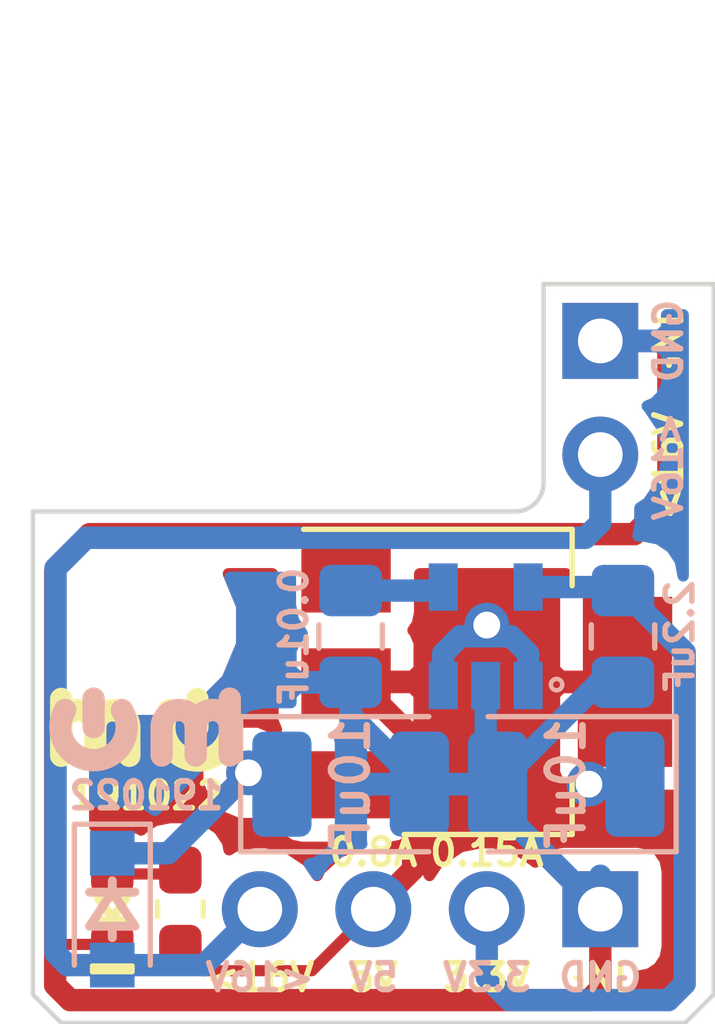
<source format=kicad_pcb>
(kicad_pcb (version 20171130) (host pcbnew 5.0.2+dfsg1-1)

  (general
    (thickness 1.6)
    (drawings 25)
    (tracks 85)
    (zones 0)
    (modules 13)
    (nets 8)
  )

  (page A4)
  (layers
    (0 F.Cu signal)
    (31 B.Cu signal)
    (32 B.Adhes user)
    (33 F.Adhes user)
    (34 B.Paste user)
    (35 F.Paste user)
    (36 B.SilkS user)
    (37 F.SilkS user)
    (38 B.Mask user)
    (39 F.Mask user)
    (40 Dwgs.User user)
    (41 Cmts.User user)
    (42 Eco1.User user)
    (43 Eco2.User user)
    (44 Edge.Cuts user)
    (45 Margin user)
    (46 B.CrtYd user)
    (47 F.CrtYd user)
    (48 B.Fab user hide)
    (49 F.Fab user hide)
  )

  (setup
    (last_trace_width 0.5)
    (user_trace_width 0.25)
    (user_trace_width 0.5)
    (trace_clearance 0.2)
    (zone_clearance 0.508)
    (zone_45_only no)
    (trace_min 0.2)
    (segment_width 0.2)
    (edge_width 0.1)
    (via_size 0.8)
    (via_drill 0.4)
    (via_min_size 0.4)
    (via_min_drill 0.3)
    (uvia_size 0.3)
    (uvia_drill 0.1)
    (uvias_allowed no)
    (uvia_min_size 0.2)
    (uvia_min_drill 0.1)
    (pcb_text_width 0.3)
    (pcb_text_size 1.5 1.5)
    (mod_edge_width 0.15)
    (mod_text_size 1 1)
    (mod_text_width 0.15)
    (pad_size 1.7 1.7)
    (pad_drill 1)
    (pad_to_mask_clearance 0)
    (solder_mask_min_width 0.25)
    (aux_axis_origin 0 0)
    (visible_elements FFFFFF7F)
    (pcbplotparams
      (layerselection 0x010fc_ffffffff)
      (usegerberextensions false)
      (usegerberattributes false)
      (usegerberadvancedattributes false)
      (creategerberjobfile false)
      (excludeedgelayer true)
      (linewidth 0.100000)
      (plotframeref false)
      (viasonmask false)
      (mode 1)
      (useauxorigin false)
      (hpglpennumber 1)
      (hpglpenspeed 20)
      (hpglpendiameter 15.000000)
      (psnegative false)
      (psa4output false)
      (plotreference true)
      (plotvalue true)
      (plotinvisibletext false)
      (padsonsilk false)
      (subtractmaskfromsilk false)
      (outputformat 1)
      (mirror false)
      (drillshape 1)
      (scaleselection 1)
      (outputdirectory ""))
  )

  (net 0 "")
  (net 1 RAW)
  (net 2 GND)
  (net 3 5V)
  (net 4 3.3V)
  (net 5 "Net-(C55-Pad2)")
  (net 6 RAW_JACK)
  (net 7 "Net-(D9-Pad2)")

  (net_class Default "This is the default net class."
    (clearance 0.2)
    (trace_width 0.25)
    (via_dia 0.8)
    (via_drill 0.4)
    (uvia_dia 0.3)
    (uvia_drill 0.1)
    (add_net 3.3V)
    (add_net 5V)
    (add_net GND)
    (add_net "Net-(C55-Pad2)")
    (add_net "Net-(D9-Pad2)")
  )

  (net_class wide ""
    (clearance 0.2)
    (trace_width 0.5)
    (via_dia 1)
    (via_drill 0.6)
    (uvia_dia 0.3)
    (uvia_drill 0.1)
    (add_net RAW)
    (add_net RAW_JACK)
  )

  (module Package_TO_SOT_SMD:SOT-23-5_no_lines (layer B.Cu) (tedit 5D90D301) (tstamp 5DAFF205)
    (at 167.614032 57.400494 90)
    (descr "5-pin SOT23 package")
    (tags SOT-23-5)
    (path /5CCF0000)
    (attr smd)
    (fp_text reference U53 (at 0 2.9 90) (layer B.SilkS) hide
      (effects (font (size 1 1) (thickness 0.15)) (justify mirror))
    )
    (fp_text value LP2985-3.3 (at 0.127 0) (layer B.SilkS) hide
      (effects (font (size 0.6 0.6) (thickness 0.125)) (justify mirror))
    )
    (fp_circle (center -1.0795 1.5875) (end -0.9525 1.5875) (layer B.SilkS) (width 0.1))
    (fp_line (start 0.9 1.55) (end 0.9 -1.55) (layer B.Fab) (width 0.1))
    (fp_line (start 0.9 -1.55) (end -0.9 -1.55) (layer B.Fab) (width 0.1))
    (fp_line (start -0.9 0.9) (end -0.9 -1.55) (layer B.Fab) (width 0.1))
    (fp_line (start 0.9 1.55) (end -0.25 1.55) (layer B.Fab) (width 0.1))
    (fp_line (start -0.9 0.9) (end -0.25 1.55) (layer B.Fab) (width 0.1))
    (fp_line (start -1.9 -1.8) (end -1.9 1.8) (layer B.CrtYd) (width 0.05))
    (fp_line (start 1.9 -1.8) (end -1.9 -1.8) (layer B.CrtYd) (width 0.05))
    (fp_line (start 1.9 1.8) (end 1.9 -1.8) (layer B.CrtYd) (width 0.05))
    (fp_line (start -1.9 1.8) (end 1.9 1.8) (layer B.CrtYd) (width 0.05))
    (fp_text user %R (at 0 0) (layer B.Fab)
      (effects (font (size 0.5 0.5) (thickness 0.075)) (justify mirror))
    )
    (pad 5 smd rect (at 1.1 0.95 90) (size 1.06 0.65) (layers B.Cu B.Paste B.Mask)
      (net 4 3.3V))
    (pad 4 smd rect (at 1.1 -0.95 90) (size 1.06 0.65) (layers B.Cu B.Paste B.Mask)
      (net 5 "Net-(C55-Pad2)"))
    (pad 3 smd rect (at -1.1 -0.95 90) (size 1.06 0.65) (layers B.Cu B.Paste B.Mask)
      (net 3 5V))
    (pad 2 smd rect (at -1.1 0 90) (size 1.06 0.65) (layers B.Cu B.Paste B.Mask)
      (net 2 GND))
    (pad 1 smd rect (at -1.1 0.95 90) (size 1.06 0.65) (layers B.Cu B.Paste B.Mask)
      (net 3 5V))
    (model ${KISYS3DMOD}/Package_TO_SOT_SMD.3dshapes/SOT-23-5.wrl
      (at (xyz 0 0 0))
      (scale (xyz 1 1 1))
      (rotate (xyz 0 0 0))
    )
  )

  (module LED_SMD.debian:LED_0603_1608Metric_symbol (layer F.Cu) (tedit 5D9A0B46) (tstamp 5DC077C6)
    (at 159.258 63.5 90)
    (descr "LED SMD 0603 (1608 Metric), square (rectangular) end terminal, IPC_7351 nominal, (Body size source: http://www.tortai-tech.com/upload/download/2011102023233369053.pdf), generated with kicad-footprint-generator")
    (tags diode)
    (path /5CD509B1)
    (attr smd)
    (fp_text reference D9 (at 0 -1.43 90) (layer F.SilkS) hide
      (effects (font (size 1 1) (thickness 0.15)))
    )
    (fp_text value PWR (at 0 2.032) (layer F.SilkS) hide
      (effects (font (size 0.8 0.8) (thickness 0.2)))
    )
    (fp_text user %R (at 0 0 90) (layer F.Fab) hide
      (effects (font (size 0.4 0.4) (thickness 0.06)))
    )
    (fp_line (start 1.48 0.73) (end -1.48 0.73) (layer F.CrtYd) (width 0.05))
    (fp_line (start 1.48 -0.73) (end 1.48 0.73) (layer F.CrtYd) (width 0.05))
    (fp_line (start -1.48 -0.73) (end 1.48 -0.73) (layer F.CrtYd) (width 0.05))
    (fp_line (start -1.48 0.73) (end -1.48 -0.73) (layer F.CrtYd) (width 0.05))
    (fp_line (start 0.8 0.4) (end 0.8 -0.4) (layer F.Fab) (width 0.1))
    (fp_line (start -0.8 0.4) (end 0.8 0.4) (layer F.Fab) (width 0.1))
    (fp_line (start -0.8 -0.1) (end -0.8 0.4) (layer F.Fab) (width 0.1))
    (fp_line (start -0.5 -0.4) (end -0.8 -0.1) (layer F.Fab) (width 0.1))
    (fp_line (start 0.8 -0.4) (end -0.5 -0.4) (layer F.Fab) (width 0.1))
    (fp_line (start -0.1905 0) (end -0.4435 0) (layer F.SilkS) (width 0.2))
    (fp_line (start 0.254 -0.3175) (end 0.254 0.3165) (layer F.SilkS) (width 0.2))
    (fp_line (start 0.254 -0.3175) (end -0.1905 0) (layer F.SilkS) (width 0.2))
    (fp_line (start -0.1905 0) (end 0.254 0.3175) (layer F.SilkS) (width 0.2))
    (fp_line (start 0.381 0) (end 0.254 0) (layer F.SilkS) (width 0.2))
    (fp_line (start -0.254 -0.3175) (end -0.254 0.3175) (layer F.SilkS) (width 0.2))
    (fp_line (start -1.27 -0.4445) (end -1.27 0.4445) (layer F.SilkS) (width 0.12))
    (fp_line (start -1.397 -0.4445) (end -1.397 0.4445) (layer F.SilkS) (width 0.12))
    (fp_line (start -1.3335 -0.4445) (end -1.3335 0.4445) (layer F.SilkS) (width 0.12))
    (pad 2 smd roundrect (at 0.7875 0 90) (size 0.875 0.95) (layers F.Cu F.Paste F.Mask) (roundrect_rratio 0.25)
      (net 7 "Net-(D9-Pad2)"))
    (pad 1 smd roundrect (at -0.7875 0 90) (size 0.875 0.95) (layers F.Cu F.Paste F.Mask) (roundrect_rratio 0.25)
      (net 2 GND))
    (model ${KISYS3DMOD}/LED_SMD.3dshapes/LED_0603_1608Metric.wrl
      (at (xyz 0 0 0))
      (scale (xyz 1 1 1))
      (rotate (xyz 0 0 0))
    )
  )

  (module Diode_SMD:D_SOD-323_HandSoldering_F_SilkS_Sym (layer B.Cu) (tedit 5D9A0ACD) (tstamp 5DA52A87)
    (at 159.258 63.5 270)
    (descr SOD-323)
    (tags SOD-323)
    (path /5CD6399C)
    (attr smd)
    (fp_text reference D5 (at 0 1.85 270) (layer B.SilkS) hide
      (effects (font (size 1 1) (thickness 0.15)) (justify mirror))
    )
    (fp_text value D (at 0 0 270) (layer B.SilkS) hide
      (effects (font (size 1 1) (thickness 0.15)) (justify mirror))
    )
    (fp_line (start 0.381 0) (end 0.635 0) (layer B.SilkS) (width 0.2))
    (fp_line (start 0.381 -0.508) (end -0.381 0) (layer B.SilkS) (width 0.2))
    (fp_line (start 0.381 0.508) (end -0.381 0) (layer B.SilkS) (width 0.2))
    (fp_line (start 0.381 0.508) (end 0.381 -0.508) (layer B.SilkS) (width 0.2))
    (fp_line (start -0.381 0.508) (end -0.381 -0.508) (layer B.SilkS) (width 0.2))
    (fp_line (start -0.635 0) (end -0.381 0) (layer B.SilkS) (width 0.2))
    (fp_line (start -1.9 0.85) (end 1.25 0.85) (layer B.SilkS) (width 0.12))
    (fp_line (start -1.9 -0.85) (end 1.25 -0.85) (layer B.SilkS) (width 0.12))
    (fp_line (start -2 0.95) (end -2 -0.95) (layer B.CrtYd) (width 0.05))
    (fp_line (start -2 -0.95) (end 2 -0.95) (layer B.CrtYd) (width 0.05))
    (fp_line (start 2 0.95) (end 2 -0.95) (layer B.CrtYd) (width 0.05))
    (fp_line (start -2 0.95) (end 2 0.95) (layer B.CrtYd) (width 0.05))
    (fp_line (start -0.9 0.7) (end 0.9 0.7) (layer B.Fab) (width 0.1))
    (fp_line (start 0.9 0.7) (end 0.9 -0.7) (layer B.Fab) (width 0.1))
    (fp_line (start 0.9 -0.7) (end -0.9 -0.7) (layer B.Fab) (width 0.1))
    (fp_line (start -0.9 -0.7) (end -0.9 0.7) (layer B.Fab) (width 0.1))
    (fp_line (start -0.3 0.35) (end -0.3 -0.35) (layer B.Fab) (width 0.1))
    (fp_line (start -0.3 0) (end -0.5 0) (layer B.Fab) (width 0.1))
    (fp_line (start -0.3 0) (end 0.2 0.35) (layer B.Fab) (width 0.1))
    (fp_line (start 0.2 0.35) (end 0.2 -0.35) (layer B.Fab) (width 0.1))
    (fp_line (start 0.2 -0.35) (end -0.3 0) (layer B.Fab) (width 0.1))
    (fp_line (start 0.2 0) (end 0.45 0) (layer B.Fab) (width 0.1))
    (fp_line (start -1.9 0.85) (end -1.9 -0.85) (layer B.SilkS) (width 0.12))
    (fp_text user %R (at 0 1.905 270) (layer B.Fab) hide
      (effects (font (size 1 1) (thickness 0.15)) (justify mirror))
    )
    (pad 2 smd rect (at 1.25 0 270) (size 1 1) (layers B.Cu B.Paste B.Mask)
      (net 6 RAW_JACK))
    (pad 1 smd rect (at -1.25 0 270) (size 1 1) (layers B.Cu B.Paste B.Mask)
      (net 1 RAW))
    (model ${KISYS3DMOD}/Diode_SMD.3dshapes/D_SOD-323.wrl
      (at (xyz 0 0 0))
      (scale (xyz 1 1 1))
      (rotate (xyz 0 0 0))
    )
  )

  (module Connector_PinSocket_2.54mm:PinSocket_1x04_P2.54mm_Vertical_no_lines (layer F.Cu) (tedit 5D99F584) (tstamp 5DB25172)
    (at 170.18 63.5 270)
    (descr "Through hole straight socket strip, 1x04, 2.54mm pitch, single row (from Kicad 4.0.7), script generated")
    (tags "Through hole socket strip THT 1x04 2.54mm single row")
    (path /5D9F931D)
    (fp_text reference J9 (at -2.286 0 270) (layer F.SilkS) hide
      (effects (font (size 1 1) (thickness 0.15)))
    )
    (fp_text value Power_Conn (at 0 10.39 270) (layer F.Fab) hide
      (effects (font (size 1 1) (thickness 0.15)))
    )
    (fp_text user %R (at 0 3.81) (layer F.Fab) hide
      (effects (font (size 1 1) (thickness 0.15)))
    )
    (fp_line (start -1.8 9.4) (end -1.8 -1.8) (layer F.CrtYd) (width 0.05))
    (fp_line (start 1.75 9.4) (end -1.8 9.4) (layer F.CrtYd) (width 0.05))
    (fp_line (start 1.75 -1.8) (end 1.75 9.4) (layer F.CrtYd) (width 0.05))
    (fp_line (start -1.8 -1.8) (end 1.75 -1.8) (layer F.CrtYd) (width 0.05))
    (fp_line (start -1.27 8.89) (end -1.27 -1.27) (layer F.Fab) (width 0.1))
    (fp_line (start 1.27 8.89) (end -1.27 8.89) (layer F.Fab) (width 0.1))
    (fp_line (start 1.27 -0.635) (end 1.27 8.89) (layer F.Fab) (width 0.1))
    (fp_line (start 0.635 -1.27) (end 1.27 -0.635) (layer F.Fab) (width 0.1))
    (fp_line (start -1.27 -1.27) (end 0.635 -1.27) (layer F.Fab) (width 0.1))
    (pad 4 thru_hole oval (at 0 7.62 270) (size 1.7 1.7) (drill 1) (layers *.Cu *.Mask)
      (net 6 RAW_JACK))
    (pad 3 thru_hole oval (at 0 5.08 270) (size 1.7 1.7) (drill 1) (layers *.Cu *.Mask)
      (net 3 5V))
    (pad 2 thru_hole oval (at 0 2.54 270) (size 1.7 1.7) (drill 1) (layers *.Cu *.Mask)
      (net 4 3.3V))
    (pad 1 thru_hole rect (at 0 0 270) (size 1.7 1.7) (drill 1) (layers *.Cu *.Mask)
      (net 2 GND))
    (model ${KISYS3DMOD}/Connector_PinSocket_2.54mm.3dshapes/PinSocket_1x04_P2.54mm_Vertical.wrl
      (at (xyz 0 0 0))
      (scale (xyz 1 1 1))
      (rotate (xyz 0 0 0))
    )
  )

  (module Capacitor_Tantalum_SMD:CP_EIA-3528-21_Kemet-B (layer B.Cu) (tedit 5DAF57A9) (tstamp 5DB24D53)
    (at 164.592 60.706)
    (descr "Tantalum Capacitor SMD Kemet-B (3528-21 Metric), IPC_7351 nominal, (Body size from: http://www.kemet.com/Lists/ProductCatalog/Attachments/253/KEM_TC101_STD.pdf), generated with kicad-footprint-generator")
    (tags "capacitor tantalum")
    (path /5CD3B6FA)
    (attr smd)
    (fp_text reference C51 (at 0 2.35) (layer B.SilkS) hide
      (effects (font (size 1 1) (thickness 0.15)) (justify mirror))
    )
    (fp_text value 10uF (at 0 0 90) (layer B.SilkS)
      (effects (font (size 0.8 0.8) (thickness 0.15)) (justify mirror))
    )
    (fp_line (start 1.75 1.4) (end -1.05 1.4) (layer B.Fab) (width 0.1))
    (fp_line (start -1.05 1.4) (end -1.75 0.7) (layer B.Fab) (width 0.1))
    (fp_line (start -1.75 0.7) (end -1.75 -1.4) (layer B.Fab) (width 0.1))
    (fp_line (start -1.75 -1.4) (end 1.75 -1.4) (layer B.Fab) (width 0.1))
    (fp_line (start 1.75 -1.4) (end 1.75 1.4) (layer B.Fab) (width 0.1))
    (fp_line (start 1.75 1.51) (end -2.46 1.51) (layer B.SilkS) (width 0.12))
    (fp_line (start -2.46 1.51) (end -2.46 -1.51) (layer B.SilkS) (width 0.12))
    (fp_line (start -2.46 -1.51) (end 1.75 -1.51) (layer B.SilkS) (width 0.12))
    (fp_line (start -2.45 -1.65) (end -2.45 1.65) (layer B.CrtYd) (width 0.05))
    (fp_line (start -2.45 1.65) (end 2.45 1.65) (layer B.CrtYd) (width 0.05))
    (fp_line (start 2.45 1.65) (end 2.45 -1.65) (layer B.CrtYd) (width 0.05))
    (fp_line (start 2.45 -1.65) (end -2.45 -1.65) (layer B.CrtYd) (width 0.05))
    (fp_text user %R (at 0 0 -180) (layer B.Fab) hide
      (effects (font (size 0.88 0.88) (thickness 0.13)) (justify mirror))
    )
    (pad 1 smd roundrect (at -1.5375 0) (size 1.325 2.35) (layers B.Cu B.Paste B.Mask) (roundrect_rratio 0.188679)
      (net 1 RAW))
    (pad 2 smd roundrect (at 1.5375 0) (size 1.325 2.35) (layers B.Cu B.Paste B.Mask) (roundrect_rratio 0.188679)
      (net 2 GND))
    (model ${KISYS3DMOD}/Capacitor_Tantalum_SMD.3dshapes/CP_EIA-3528-21_Kemet-B.wrl
      (at (xyz 0 0 0))
      (scale (xyz 1 1 1))
      (rotate (xyz 0 0 0))
    )
  )

  (module Capacitor_Tantalum_SMD:CP_EIA-3528-21_Kemet-B (layer B.Cu) (tedit 5D990B3A) (tstamp 5DB3199C)
    (at 169.418 60.706 180)
    (descr "Tantalum Capacitor SMD Kemet-B (3528-21 Metric), IPC_7351 nominal, (Body size from: http://www.kemet.com/Lists/ProductCatalog/Attachments/253/KEM_TC101_STD.pdf), generated with kicad-footprint-generator")
    (tags "capacitor tantalum")
    (path /5CD429A0)
    (attr smd)
    (fp_text reference C52 (at 0 2.35 180) (layer B.SilkS) hide
      (effects (font (size 1 1) (thickness 0.15)) (justify mirror))
    )
    (fp_text value 10uF (at 0 0 270) (layer B.SilkS)
      (effects (font (size 0.8 0.8) (thickness 0.15)) (justify mirror))
    )
    (fp_text user %R (at 0 0 180) (layer B.Fab)
      (effects (font (size 0.88 0.88) (thickness 0.13)) (justify mirror))
    )
    (fp_line (start 2.45 -1.65) (end -2.45 -1.65) (layer B.CrtYd) (width 0.05))
    (fp_line (start 2.45 1.65) (end 2.45 -1.65) (layer B.CrtYd) (width 0.05))
    (fp_line (start -2.45 1.65) (end 2.45 1.65) (layer B.CrtYd) (width 0.05))
    (fp_line (start -2.45 -1.65) (end -2.45 1.65) (layer B.CrtYd) (width 0.05))
    (fp_line (start -2.46 -1.51) (end 1.75 -1.51) (layer B.SilkS) (width 0.12))
    (fp_line (start -2.46 1.51) (end -2.46 -1.51) (layer B.SilkS) (width 0.12))
    (fp_line (start 1.75 1.51) (end -2.46 1.51) (layer B.SilkS) (width 0.12))
    (fp_line (start 1.75 -1.4) (end 1.75 1.4) (layer B.Fab) (width 0.1))
    (fp_line (start -1.75 -1.4) (end 1.75 -1.4) (layer B.Fab) (width 0.1))
    (fp_line (start -1.75 0.7) (end -1.75 -1.4) (layer B.Fab) (width 0.1))
    (fp_line (start -1.05 1.4) (end -1.75 0.7) (layer B.Fab) (width 0.1))
    (fp_line (start 1.75 1.4) (end -1.05 1.4) (layer B.Fab) (width 0.1))
    (pad 2 smd roundrect (at 1.5375 0 180) (size 1.325 2.35) (layers B.Cu B.Paste B.Mask) (roundrect_rratio 0.188679)
      (net 2 GND))
    (pad 1 smd roundrect (at -1.5375 0 180) (size 1.325 2.35) (layers B.Cu B.Paste B.Mask) (roundrect_rratio 0.188679)
      (net 3 5V))
    (model ${KISYS3DMOD}/Capacitor_Tantalum_SMD.3dshapes/CP_EIA-3528-21_Kemet-B.wrl
      (at (xyz 0 0 0))
      (scale (xyz 1 1 1))
      (rotate (xyz 0 0 0))
    )
  )

  (module Capacitor_SMD:C_0805_2012Metric_Pad1.15x1.40mm_HandSolder (layer B.Cu) (tedit 5DAF57FE) (tstamp 5DC05274)
    (at 170.688 57.404 90)
    (descr "Capacitor SMD 0805 (2012 Metric), square (rectangular) end terminal, IPC_7351 nominal with elongated pad for handsoldering. (Body size source: https://docs.google.com/spreadsheets/d/1BsfQQcO9C6DZCsRaXUlFlo91Tg2WpOkGARC1WS5S8t0/edit?usp=sharing), generated with kicad-footprint-generator")
    (tags "capacitor handsolder")
    (path /5CD992DA)
    (attr smd)
    (fp_text reference C54 (at 0 1.65 90) (layer B.SilkS) hide
      (effects (font (size 1 1) (thickness 0.15)) (justify mirror))
    )
    (fp_text value 2.2uF (at 0 1.27 -90) (layer B.SilkS)
      (effects (font (size 0.6 0.6) (thickness 0.125)) (justify mirror))
    )
    (fp_line (start -1 -0.6) (end -1 0.6) (layer B.Fab) (width 0.1))
    (fp_line (start -1 0.6) (end 1 0.6) (layer B.Fab) (width 0.1))
    (fp_line (start 1 0.6) (end 1 -0.6) (layer B.Fab) (width 0.1))
    (fp_line (start 1 -0.6) (end -1 -0.6) (layer B.Fab) (width 0.1))
    (fp_line (start -0.261252 0.71) (end 0.261252 0.71) (layer B.SilkS) (width 0.12))
    (fp_line (start -0.261252 -0.71) (end 0.261252 -0.71) (layer B.SilkS) (width 0.12))
    (fp_line (start -1.85 -0.95) (end -1.85 0.95) (layer B.CrtYd) (width 0.05))
    (fp_line (start -1.85 0.95) (end 1.85 0.95) (layer B.CrtYd) (width 0.05))
    (fp_line (start 1.85 0.95) (end 1.85 -0.95) (layer B.CrtYd) (width 0.05))
    (fp_line (start 1.85 -0.95) (end -1.85 -0.95) (layer B.CrtYd) (width 0.05))
    (fp_text user %R (at 0 0 90) (layer B.Fab)
      (effects (font (size 0.5 0.5) (thickness 0.08)) (justify mirror))
    )
    (pad 1 smd roundrect (at -1.025 0 90) (size 1.15 1.4) (layers B.Cu B.Paste B.Mask) (roundrect_rratio 0.217391)
      (net 2 GND))
    (pad 2 smd roundrect (at 1.025 0 90) (size 1.15 1.4) (layers B.Cu B.Paste B.Mask) (roundrect_rratio 0.217391)
      (net 4 3.3V))
    (model ${KISYS3DMOD}/Capacitor_SMD.3dshapes/C_0805_2012Metric.wrl
      (at (xyz 0 0 0))
      (scale (xyz 1 1 1))
      (rotate (xyz 0 0 0))
    )
  )

  (module Capacitor_SMD:C_0805_2012Metric_Pad1.15x1.40mm_HandSolder (layer B.Cu) (tedit 5DAF57C5) (tstamp 5DA52A69)
    (at 164.592 57.404 90)
    (descr "Capacitor SMD 0805 (2012 Metric), square (rectangular) end terminal, IPC_7351 nominal with elongated pad for handsoldering. (Body size source: https://docs.google.com/spreadsheets/d/1BsfQQcO9C6DZCsRaXUlFlo91Tg2WpOkGARC1WS5S8t0/edit?usp=sharing), generated with kicad-footprint-generator")
    (tags "capacitor handsolder")
    (path /5D96850C)
    (attr smd)
    (fp_text reference C55 (at 0 1.65 90) (layer B.SilkS) hide
      (effects (font (size 1 1) (thickness 0.15)) (justify mirror))
    )
    (fp_text value 0.01uF (at 0 -1.27 -90) (layer B.SilkS)
      (effects (font (size 0.6 0.6) (thickness 0.125)) (justify mirror))
    )
    (fp_text user %R (at 0 0 90) (layer B.Fab)
      (effects (font (size 0.5 0.5) (thickness 0.08)) (justify mirror))
    )
    (fp_line (start 1.85 -0.95) (end -1.85 -0.95) (layer B.CrtYd) (width 0.05))
    (fp_line (start 1.85 0.95) (end 1.85 -0.95) (layer B.CrtYd) (width 0.05))
    (fp_line (start -1.85 0.95) (end 1.85 0.95) (layer B.CrtYd) (width 0.05))
    (fp_line (start -1.85 -0.95) (end -1.85 0.95) (layer B.CrtYd) (width 0.05))
    (fp_line (start -0.261252 -0.71) (end 0.261252 -0.71) (layer B.SilkS) (width 0.12))
    (fp_line (start -0.261252 0.71) (end 0.261252 0.71) (layer B.SilkS) (width 0.12))
    (fp_line (start 1 -0.6) (end -1 -0.6) (layer B.Fab) (width 0.1))
    (fp_line (start 1 0.6) (end 1 -0.6) (layer B.Fab) (width 0.1))
    (fp_line (start -1 0.6) (end 1 0.6) (layer B.Fab) (width 0.1))
    (fp_line (start -1 -0.6) (end -1 0.6) (layer B.Fab) (width 0.1))
    (pad 2 smd roundrect (at 1.025 0 90) (size 1.15 1.4) (layers B.Cu B.Paste B.Mask) (roundrect_rratio 0.217391)
      (net 5 "Net-(C55-Pad2)"))
    (pad 1 smd roundrect (at -1.025 0 90) (size 1.15 1.4) (layers B.Cu B.Paste B.Mask) (roundrect_rratio 0.217391)
      (net 2 GND))
    (model ${KISYS3DMOD}/Capacitor_SMD.3dshapes/C_0805_2012Metric.wrl
      (at (xyz 0 0 0))
      (scale (xyz 1 1 1))
      (rotate (xyz 0 0 0))
    )
  )

  (module Resistor_SMD:R_0603_1608Metric_Pad1.05x0.95mm_HandSolder (layer F.Cu) (tedit 5D99079F) (tstamp 5DA52ACE)
    (at 160.782 63.5 270)
    (descr "Resistor SMD 0603 (1608 Metric), square (rectangular) end terminal, IPC_7351 nominal with elongated pad for handsoldering. (Body size source: http://www.tortai-tech.com/upload/download/2011102023233369053.pdf), generated with kicad-footprint-generator")
    (tags "resistor handsolder")
    (path /5CD50827)
    (attr smd)
    (fp_text reference R9 (at 0 -1.43 270) (layer F.SilkS) hide
      (effects (font (size 1 1) (thickness 0.15)))
    )
    (fp_text value 1k (at 0 1.43 270) (layer F.Fab)
      (effects (font (size 1 1) (thickness 0.15)))
    )
    (fp_line (start -0.8 0.4) (end -0.8 -0.4) (layer F.Fab) (width 0.1))
    (fp_line (start -0.8 -0.4) (end 0.8 -0.4) (layer F.Fab) (width 0.1))
    (fp_line (start 0.8 -0.4) (end 0.8 0.4) (layer F.Fab) (width 0.1))
    (fp_line (start 0.8 0.4) (end -0.8 0.4) (layer F.Fab) (width 0.1))
    (fp_line (start -0.171267 -0.51) (end 0.171267 -0.51) (layer F.SilkS) (width 0.12))
    (fp_line (start -0.171267 0.51) (end 0.171267 0.51) (layer F.SilkS) (width 0.12))
    (fp_line (start -1.65 0.73) (end -1.65 -0.73) (layer F.CrtYd) (width 0.05))
    (fp_line (start -1.65 -0.73) (end 1.65 -0.73) (layer F.CrtYd) (width 0.05))
    (fp_line (start 1.65 -0.73) (end 1.65 0.73) (layer F.CrtYd) (width 0.05))
    (fp_line (start 1.65 0.73) (end -1.65 0.73) (layer F.CrtYd) (width 0.05))
    (fp_text user %R (at 0 0 270) (layer F.Fab)
      (effects (font (size 0.4 0.4) (thickness 0.06)))
    )
    (pad 1 smd roundrect (at -0.875 0 270) (size 1.05 0.95) (layers F.Cu F.Paste F.Mask) (roundrect_rratio 0.25)
      (net 7 "Net-(D9-Pad2)"))
    (pad 2 smd roundrect (at 0.875 0 270) (size 1.05 0.95) (layers F.Cu F.Paste F.Mask) (roundrect_rratio 0.25)
      (net 3 5V))
    (model ${KISYS3DMOD}/Resistor_SMD.3dshapes/R_0603_1608Metric.wrl
      (at (xyz 0 0 0))
      (scale (xyz 1 1 1))
      (rotate (xyz 0 0 0))
    )
  )

  (module Package_TO_SOT_SMD:SOT-223-3_TabPin2 (layer F.Cu) (tedit 5D99EEEA) (tstamp 5DA52AF9)
    (at 167.64 58.42)
    (descr "module CMS SOT223 4 pins")
    (tags "CMS SOT")
    (path /5CD18999)
    (attr smd)
    (fp_text reference U55 (at 0 0 90) (layer F.SilkS) hide
      (effects (font (size 1 1) (thickness 0.15)))
    )
    (fp_text value AMS1117-5.0 (at 0 4.5) (layer F.Fab) hide
      (effects (font (size 1 1) (thickness 0.15)))
    )
    (fp_text user %R (at 0 0 90) (layer F.Fab)
      (effects (font (size 0.8 0.8) (thickness 0.12)))
    )
    (fp_line (start 1.91 3.41) (end 1.91 2.15) (layer F.SilkS) (width 0.12))
    (fp_line (start 1.91 -3.41) (end 1.91 -2.15) (layer F.SilkS) (width 0.12))
    (fp_line (start 4.4 -3.6) (end -4.4 -3.6) (layer F.CrtYd) (width 0.05))
    (fp_line (start 4.4 3.6) (end 4.4 -3.6) (layer F.CrtYd) (width 0.05))
    (fp_line (start -4.4 3.6) (end 4.4 3.6) (layer F.CrtYd) (width 0.05))
    (fp_line (start -4.4 -3.6) (end -4.4 3.6) (layer F.CrtYd) (width 0.05))
    (fp_line (start -1.85 -2.35) (end -0.85 -3.35) (layer F.Fab) (width 0.1))
    (fp_line (start -1.85 -2.35) (end -1.85 3.35) (layer F.Fab) (width 0.1))
    (fp_line (start -1.85 3.41) (end 1.91 3.41) (layer F.SilkS) (width 0.12))
    (fp_line (start -0.85 -3.35) (end 1.85 -3.35) (layer F.Fab) (width 0.1))
    (fp_line (start -4.1 -3.41) (end 1.91 -3.41) (layer F.SilkS) (width 0.12))
    (fp_line (start -1.85 3.35) (end 1.85 3.35) (layer F.Fab) (width 0.1))
    (fp_line (start 1.85 -3.35) (end 1.85 3.35) (layer F.Fab) (width 0.1))
    (pad 2 smd rect (at 3.15 0) (size 2 3.8) (layers F.Cu F.Paste F.Mask)
      (net 3 5V))
    (pad 2 smd rect (at -3.15 0) (size 2 1.5) (layers F.Cu F.Paste F.Mask)
      (net 3 5V))
    (pad 3 smd rect (at -3.15 2.3) (size 2 1.5) (layers F.Cu F.Paste F.Mask)
      (net 1 RAW))
    (pad 1 smd rect (at -3.15 -2.3) (size 2 1.5) (layers F.Cu F.Paste F.Mask)
      (net 2 GND))
    (model ${KISYS3DMOD}/Package_TO_SOT_SMD.3dshapes/SOT-223.wrl
      (at (xyz 0 0 0))
      (scale (xyz 1 1 1))
      (rotate (xyz 0 0 0))
    )
  )

  (module MountingHole:MountingHole_3mm (layer F.Cu) (tedit 5D9907BB) (tstamp 5DB2229D)
    (at 160.02 57.15)
    (descr "Mounting Hole 3mm, no annular")
    (tags "mounting hole 3mm no annular")
    (attr virtual)
    (fp_text reference REF** (at 0 -4) (layer F.SilkS) hide
      (effects (font (size 1 1) (thickness 0.15)))
    )
    (fp_text value MountingHole_3mm (at 0 4) (layer F.Fab) hide
      (effects (font (size 1 1) (thickness 0.15)))
    )
    (fp_circle (center 0 0) (end 3.25 0) (layer F.CrtYd) (width 0.05))
    (fp_circle (center 0 0) (end 3 0) (layer Cmts.User) (width 0.15))
    (fp_text user %R (at 0.3 0) (layer F.Fab)
      (effects (font (size 1 1) (thickness 0.15)))
    )
    (pad 1 np_thru_hole circle (at 0 0) (size 3 3) (drill 3) (layers *.Cu *.Mask))
  )

  (module meon:mo-logo-small (layer F.Cu) (tedit 5D22F870) (tstamp 5DC036E9)
    (at 160.02 59.436)
    (fp_text reference REF** (at 0 2.286) (layer F.SilkS) hide
      (effects (font (size 1 1) (thickness 0.15)))
    )
    (fp_text value mo-logo-small (at 0 -2.159) (layer F.Fab) hide
      (effects (font (size 1 1) (thickness 0.15)))
    )
    (fp_arc (start 0.724298 -0.006762) (end 0.343298 -0.006762) (angle 180) (layer B.SilkS) (width 0.5))
    (fp_arc (start 1.486298 -0.006762) (end 1.105298 -0.006762) (angle 180) (layer B.SilkS) (width 0.5))
    (fp_line (start 1.105298 -0.006762) (end 1.105298 0.628238) (layer B.SilkS) (width 0.5))
    (fp_arc (start -1.180702 -0.006762) (end -0.545702 -0.387762) (angle 241.9275131) (layer B.SilkS) (width 0.5))
    (fp_line (start 1.867298 0.628238) (end 1.867298 -0.641762) (layer B.SilkS) (width 0.5))
    (fp_line (start -1.180702 -0.641762) (end -1.180702 -0.006762) (layer B.SilkS) (width 0.5))
    (fp_line (start 0.343298 -0.006762) (end 0.343298 0.628238) (layer B.SilkS) (width 0.5))
    (fp_line (start 1.143 -0.635) (end 1.143 0) (layer F.SilkS) (width 0.5))
    (fp_arc (start -0.762 0) (end -0.381 0) (angle -180) (layer F.SilkS) (width 0.5))
    (fp_arc (start 1.143 0) (end 0.508 -0.381) (angle -241.9275131) (layer F.SilkS) (width 0.5))
    (fp_arc (start -1.524 0) (end -1.143 0) (angle -180) (layer F.SilkS) (width 0.5))
    (fp_line (start -0.381 0) (end -0.381 0.635) (layer F.SilkS) (width 0.5))
    (fp_line (start -1.143 0) (end -1.143 0.635) (layer F.SilkS) (width 0.5))
    (fp_line (start -1.905 0.635) (end -1.905 -0.635) (layer F.SilkS) (width 0.5))
  )

  (module Connector_PinHeader_2.54mm:PinHeader_1x02_P2.54mm_Vertical_no_lines (layer F.Cu) (tedit 5DAF6B3F) (tstamp 5DAF7097)
    (at 170.18 50.8)
    (descr "Through hole straight pin header, 1x02, 2.54mm pitch, single row")
    (tags "Through hole pin header THT 1x02 2.54mm single row")
    (path /5D9FAF65)
    (fp_text reference J91 (at 0 -2.33) (layer F.SilkS) hide
      (effects (font (size 1 1) (thickness 0.15)))
    )
    (fp_text value RAW_Conn (at 0 4.87) (layer F.Fab) hide
      (effects (font (size 1 1) (thickness 0.15)))
    )
    (fp_line (start -0.635 -1.27) (end 1.27 -1.27) (layer F.Fab) (width 0.1))
    (fp_line (start 1.27 -1.27) (end 1.27 3.81) (layer F.Fab) (width 0.1))
    (fp_line (start 1.27 3.81) (end -1.27 3.81) (layer F.Fab) (width 0.1))
    (fp_line (start -1.27 3.81) (end -1.27 -0.635) (layer F.Fab) (width 0.1))
    (fp_line (start -1.27 -0.635) (end -0.635 -1.27) (layer F.Fab) (width 0.1))
    (fp_line (start -1.8 -1.8) (end -1.8 4.35) (layer F.CrtYd) (width 0.05))
    (fp_line (start -1.8 4.35) (end 1.8 4.35) (layer F.CrtYd) (width 0.05))
    (fp_line (start 1.8 4.35) (end 1.8 -1.8) (layer F.CrtYd) (width 0.05))
    (fp_line (start 1.8 -1.8) (end -1.8 -1.8) (layer F.CrtYd) (width 0.05))
    (fp_text user %R (at 0 1.27 -270) (layer F.Fab) hide
      (effects (font (size 1 1) (thickness 0.15)))
    )
    (pad 1 thru_hole rect (at 0 0) (size 1.7 1.7) (drill 1) (layers *.Cu *.Mask)
      (net 2 GND))
    (pad 2 thru_hole oval (at 0 2.54) (size 1.7 1.7) (drill 1) (layers *.Cu *.Mask)
      (net 6 RAW_JACK))
    (model ${KISYS3DMOD}/Connector_PinHeader_2.54mm.3dshapes/PinHeader_1x02_P2.54mm_Vertical.wrl
      (at (xyz 0 0 0))
      (scale (xyz 1 1 1))
      (rotate (xyz 0 0 0))
    )
  )

  (gr_text GND (at 171.704 50.8 90) (layer B.SilkS) (tstamp 5DAF72FF)
    (effects (font (size 0.6 0.6) (thickness 0.125)) (justify mirror))
  )
  (gr_text GND (at 171.704 50.8 90) (layer F.SilkS) (tstamp 5DAF72FE)
    (effects (font (size 0.6 0.6) (thickness 0.125)))
  )
  (gr_text <16V (at 171.704 53.594 90) (layer B.SilkS) (tstamp 5DAF72D3)
    (effects (font (size 0.6 0.6) (thickness 0.125)) (justify mirror))
  )
  (gr_text <16V (at 171.704 53.594 90) (layer F.SilkS) (tstamp 5DAF72D2)
    (effects (font (size 0.6 0.6) (thickness 0.125)))
  )
  (gr_text 0.15A (at 167.64 62.23) (layer F.SilkS) (tstamp 5DB008BA)
    (effects (font (size 0.6 0.6) (thickness 0.125)))
  )
  (gr_text 0.8A (at 165.1 62.23) (layer F.SilkS) (tstamp 5DB008A4)
    (effects (font (size 0.6 0.6) (thickness 0.125)))
  )
  (gr_line (start 157.48 65.405) (end 158.115 66.04) (layer Edge.Cuts) (width 0.1))
  (gr_text 191022 (at 160.02 60.96) (layer B.SilkS) (tstamp 5DAFFB19)
    (effects (font (size 0.6 0.6) (thickness 0.125)) (justify mirror))
  )
  (gr_arc (start 168.275 53.975) (end 168.275 54.61) (angle -90) (layer Edge.Cuts) (width 0.1))
  (gr_line (start 168.91 49.53) (end 172.72 49.53) (layer Edge.Cuts) (width 0.1))
  (gr_line (start 168.91 53.975) (end 168.91 49.53) (layer Edge.Cuts) (width 0.1) (tstamp 5DB0074B))
  (gr_text <16V (at 162.56 65.024) (layer B.SilkS) (tstamp 5DC09084)
    (effects (font (size 0.6 0.6) (thickness 0.125)) (justify mirror))
  )
  (gr_text 5V (at 165.1 65.024) (layer B.SilkS) (tstamp 5DC09053)
    (effects (font (size 0.6 0.6) (thickness 0.125)) (justify mirror))
  )
  (gr_text GND (at 170.18 65.024) (layer B.SilkS) (tstamp 5DC08FF4)
    (effects (font (size 0.6 0.6) (thickness 0.125)) (justify mirror))
  )
  (gr_text 3.3V (at 167.64 65.024) (layer B.SilkS) (tstamp 5DC08FC3)
    (effects (font (size 0.6 0.6) (thickness 0.125)) (justify mirror))
  )
  (gr_text GND (at 170.18 65.024) (layer F.SilkS) (tstamp 5DC08DD4)
    (effects (font (size 0.6 0.6) (thickness 0.125)))
  )
  (gr_text 3.3V (at 167.64 65.024) (layer F.SilkS) (tstamp 5DC08DD1)
    (effects (font (size 0.6 0.6) (thickness 0.125)))
  )
  (gr_text 5V (at 165.1 65.024) (layer F.SilkS) (tstamp 5DC08DCE)
    (effects (font (size 0.6 0.6) (thickness 0.125)))
  )
  (gr_text <16V (at 162.56 65.024) (layer F.SilkS) (tstamp 5DC08DCA)
    (effects (font (size 0.6 0.6) (thickness 0.125)))
  )
  (gr_line (start 172.085 66.04) (end 172.72 65.405) (layer Edge.Cuts) (width 0.1))
  (gr_text 191022 (at 160.02 60.96) (layer F.SilkS) (tstamp 5DB31D31)
    (effects (font (size 0.6 0.6) (thickness 0.125)))
  )
  (gr_line (start 157.48 65.405) (end 157.48 54.61) (layer Edge.Cuts) (width 0.1))
  (gr_line (start 172.085 66.04) (end 158.115 66.04) (layer Edge.Cuts) (width 0.1))
  (gr_line (start 172.72 49.53) (end 172.72 65.405) (layer Edge.Cuts) (width 0.1))
  (gr_line (start 157.48 54.61) (end 168.275 54.61) (layer Edge.Cuts) (width 0.1))

  (segment (start 162.56 60.452) (end 163.3085 60.452) (width 0.5) (layer B.Cu) (net 1) (tstamp 5DAFEFDD) (status 20))
  (via (at 162.306 60.452) (size 1) (drill 0.6) (layers F.Cu B.Cu) (net 1))
  (segment (start 162.828 60.72) (end 162.56 60.452) (width 0.5) (layer F.Cu) (net 1))
  (segment (start 164.49 60.72) (end 162.828 60.72) (width 0.5) (layer F.Cu) (net 1) (status 10))
  (segment (start 160.508 62.25) (end 162.306 60.452) (width 0.5) (layer B.Cu) (net 1))
  (segment (start 159.258 62.25) (end 160.508 62.25) (width 0.5) (layer B.Cu) (net 1))
  (segment (start 164.49 56.12) (end 164.49 55.982) (width 0.5) (layer F.Cu) (net 2) (status 30))
  (segment (start 164.49 55.982) (end 165.354 55.118) (width 0.5) (layer F.Cu) (net 2) (status 10))
  (segment (start 158.759076 55.118) (end 158.747747 55.120253) (width 0.5) (layer F.Cu) (net 2))
  (segment (start 158.747747 55.120253) (end 157.990254 55.877746) (width 0.5) (layer F.Cu) (net 2))
  (segment (start 158.00551 64.5415) (end 157.98001 64.516) (width 0.25) (layer F.Cu) (net 2))
  (segment (start 170.18 65.278) (end 170.18 63.5) (width 0.5) (layer F.Cu) (net 2) (status 20))
  (segment (start 169.926 65.532) (end 170.18 65.278) (width 0.5) (layer F.Cu) (net 2))
  (segment (start 158.31412 65.532) (end 169.926 65.532) (width 0.5) (layer F.Cu) (net 2))
  (segment (start 157.98001 64.516) (end 157.98001 65.19789) (width 0.5) (layer F.Cu) (net 2))
  (segment (start 170.18 63.5) (end 170.18 62.7515) (width 0.5) (layer B.Cu) (net 2) (status 30))
  (segment (start 158.00551 64.2875) (end 157.98001 64.262) (width 0.25) (layer F.Cu) (net 2))
  (segment (start 157.98001 55.929246) (end 157.98001 64.262) (width 0.5) (layer F.Cu) (net 2))
  (segment (start 159.258 64.2875) (end 158.00551 64.2875) (width 0.25) (layer F.Cu) (net 2) (status 10))
  (segment (start 157.98001 64.262) (end 157.98001 64.516) (width 0.5) (layer F.Cu) (net 2))
  (segment (start 158.31412 65.532) (end 157.98001 65.19789) (width 0.5) (layer F.Cu) (net 2))
  (segment (start 165.354 55.118) (end 158.759076 55.118) (width 0.5) (layer F.Cu) (net 2))
  (segment (start 170.1575 58.429) (end 167.8805 60.706) (width 0.5) (layer B.Cu) (net 2))
  (segment (start 170.688 58.429) (end 170.1575 58.429) (width 0.5) (layer B.Cu) (net 2))
  (segment (start 167.8805 60.706) (end 166.1295 60.706) (width 0.5) (layer B.Cu) (net 2))
  (segment (start 167.614032 60.439532) (end 167.614032 58.500494) (width 0.5) (layer B.Cu) (net 2))
  (segment (start 167.8805 60.706) (end 167.614032 60.439532) (width 0.5) (layer B.Cu) (net 2))
  (segment (start 164.592 59.1685) (end 166.1295 60.706) (width 0.5) (layer B.Cu) (net 2))
  (segment (start 164.592 58.429) (end 164.592 59.1685) (width 0.5) (layer B.Cu) (net 2))
  (segment (start 167.8805 61.2005) (end 170.18 63.5) (width 0.5) (layer B.Cu) (net 2))
  (segment (start 167.8805 60.706) (end 167.8805 61.2005) (width 0.5) (layer B.Cu) (net 2))
  (segment (start 171.53 50.8) (end 170.18 50.8) (width 0.5) (layer F.Cu) (net 2))
  (segment (start 171.704 50.974) (end 171.53 50.8) (width 0.5) (layer F.Cu) (net 2))
  (segment (start 171.704 54.356) (end 171.704 50.974) (width 0.5) (layer F.Cu) (net 2))
  (segment (start 170.942 55.118) (end 171.704 54.356) (width 0.5) (layer F.Cu) (net 2))
  (segment (start 165.354 55.118) (end 170.942 55.118) (width 0.5) (layer F.Cu) (net 2))
  (via (at 169.926 60.706) (size 1) (drill 0.6) (layers F.Cu B.Cu) (net 3))
  (segment (start 170.434 58.776) (end 170.79 58.42) (width 0.25) (layer F.Cu) (net 3) (status 30))
  (segment (start 165.99 59.67) (end 164.74 58.42) (width 0.5) (layer F.Cu) (net 3) (status 20))
  (segment (start 164.74 58.42) (end 164.49 58.42) (width 0.5) (layer F.Cu) (net 3) (status 30))
  (segment (start 165.99 62.61) (end 165.99 59.67) (width 0.5) (layer F.Cu) (net 3))
  (segment (start 165.1 63.5) (end 165.99 62.61) (width 0.5) (layer F.Cu) (net 3) (status 10))
  (segment (start 161.281072 64.874072) (end 160.782 64.375) (width 0.25) (layer F.Cu) (net 3) (status 20))
  (segment (start 163.725928 64.874072) (end 161.281072 64.874072) (width 0.25) (layer F.Cu) (net 3))
  (segment (start 165.1 63.5) (end 163.725928 64.874072) (width 0.25) (layer F.Cu) (net 3) (status 10))
  (segment (start 168.564032 58.500494) (end 168.564032 57.785492) (width 0.5) (layer B.Cu) (net 3) (status 10))
  (segment (start 168.179034 57.400494) (end 168.179034 57.400494) (width 0.5) (layer B.Cu) (net 3) (tstamp 5DAF67F5))
  (segment (start 167.64 58.42) (end 170.79 58.42) (width 0.5) (layer F.Cu) (net 3))
  (segment (start 164.49 58.42) (end 167.64 58.42) (width 0.5) (layer F.Cu) (net 3))
  (segment (start 168.179034 57.400494) (end 167.614032 57.400494) (width 0.5) (layer B.Cu) (net 3))
  (segment (start 166.664032 57.785492) (end 167.04903 57.400494) (width 0.5) (layer B.Cu) (net 3))
  (segment (start 166.664032 58.500494) (end 166.664032 57.785492) (width 0.5) (layer B.Cu) (net 3))
  (segment (start 167.106032 57.400494) (end 167.614032 57.400494) (width 0.5) (layer B.Cu) (net 3))
  (segment (start 167.04903 57.400494) (end 167.106032 57.400494) (width 0.5) (layer B.Cu) (net 3))
  (segment (start 166.615 58.429) (end 166.69 58.504) (width 0.5) (layer B.Cu) (net 3) (status 30))
  (segment (start 169.926 60.706) (end 170.9555 60.706) (width 0.5) (layer B.Cu) (net 3))
  (segment (start 169.926 59.284) (end 170.79 58.42) (width 0.5) (layer F.Cu) (net 3))
  (segment (start 169.926 60.706) (end 169.926 59.284) (width 0.5) (layer F.Cu) (net 3))
  (segment (start 167.614032 57.400494) (end 168.179034 57.400494) (width 0.5) (layer B.Cu) (net 3) (tstamp 5DAF6DC7))
  (via (at 167.64 57.15) (size 1) (drill 0.6) (layers F.Cu B.Cu) (net 3))
  (segment (start 168.564032 57.785492) (end 168.179034 57.400494) (width 0.5) (layer B.Cu) (net 3))
  (segment (start 167.64 58.42) (end 167.64 57.15) (width 0.5) (layer F.Cu) (net 3))
  (segment (start 172.06801 57.75901) (end 172.06801 65.16799) (width 0.5) (layer B.Cu) (net 4))
  (segment (start 170.688 56.379) (end 172.06801 57.75901) (width 0.5) (layer B.Cu) (net 4))
  (segment (start 172.06801 65.16799) (end 171.704 65.532) (width 0.5) (layer B.Cu) (net 4))
  (segment (start 171.704 65.532) (end 168.148 65.532) (width 0.5) (layer B.Cu) (net 4))
  (segment (start 167.64 65.024) (end 167.64 63.5) (width 0.5) (layer B.Cu) (net 4))
  (segment (start 168.148 65.532) (end 167.64 65.024) (width 0.5) (layer B.Cu) (net 4))
  (segment (start 170.609494 56.300494) (end 170.688 56.379) (width 0.5) (layer B.Cu) (net 4))
  (segment (start 168.564032 56.300494) (end 170.609494 56.300494) (width 0.5) (layer B.Cu) (net 4))
  (segment (start 166.585526 56.379) (end 166.664032 56.300494) (width 0.5) (layer B.Cu) (net 5))
  (segment (start 164.592 56.379) (end 166.585526 56.379) (width 0.5) (layer B.Cu) (net 5))
  (segment (start 161.31 64.75) (end 162.56 63.5) (width 0.5) (layer B.Cu) (net 6) (status 20))
  (segment (start 159.258 64.75) (end 161.31 64.75) (width 0.5) (layer B.Cu) (net 6) (status 10))
  (segment (start 158.258 64.75) (end 157.988 64.48) (width 0.5) (layer B.Cu) (net 6))
  (segment (start 159.258 64.75) (end 158.258 64.75) (width 0.5) (layer B.Cu) (net 6))
  (segment (start 157.988 64.48) (end 157.988 55.88) (width 0.5) (layer B.Cu) (net 6))
  (segment (start 158.668001 55.199999) (end 169.844001 55.199999) (width 0.5) (layer B.Cu) (net 6))
  (segment (start 157.988 55.88) (end 158.668001 55.199999) (width 0.5) (layer B.Cu) (net 6))
  (segment (start 170.18 54.864) (end 170.18 53.34) (width 0.5) (layer B.Cu) (net 6))
  (segment (start 169.844001 55.199999) (end 170.18 54.864) (width 0.5) (layer B.Cu) (net 6))
  (segment (start 160.5535 62.9665) (end 160.655 62.865) (width 0.25) (layer F.Cu) (net 7) (status 30))
  (segment (start 160.4405 62.9665) (end 160.782 62.625) (width 0.25) (layer F.Cu) (net 7) (status 30))
  (segment (start 160.6945 62.7125) (end 160.782 62.625) (width 0.25) (layer F.Cu) (net 7) (status 30))
  (segment (start 159.258 62.7125) (end 160.6945 62.7125) (width 0.25) (layer F.Cu) (net 7) (status 30))

  (zone (net 2) (net_name GND) (layer B.Cu) (tstamp 5DC06C70) (hatch edge 0.508)
    (connect_pads (clearance 0.508))
    (min_thickness 0.254)
    (fill yes (arc_segments 16) (thermal_gap 0.508) (thermal_bridge_width 0.508))
    (polygon
      (pts
        (xy 157.48 43.287858) (xy 172.72 43.561) (xy 172.72 66.04) (xy 157.48 66.04)
      )
    )
    (filled_polygon
      (pts
        (xy 170.307 63.373) (xy 170.327 63.373) (xy 170.327 63.627) (xy 170.307 63.627) (xy 170.307 63.647)
        (xy 170.053 63.647) (xy 170.053 63.627) (xy 170.033 63.627) (xy 170.033 63.373) (xy 170.053 63.373)
        (xy 170.053 63.353) (xy 170.307 63.353)
      )
    )
    (filled_polygon
      (pts
        (xy 163.24456 56.704001) (xy 163.312873 57.047436) (xy 163.507414 57.338586) (xy 163.508597 57.339377) (xy 163.353673 57.494302)
        (xy 163.257 57.727691) (xy 163.257 58.14325) (xy 163.41575 58.302) (xy 164.465 58.302) (xy 164.465 58.282)
        (xy 164.719 58.282) (xy 164.719 58.302) (xy 164.739 58.302) (xy 164.739 58.556) (xy 164.719 58.556)
        (xy 164.719 59.48025) (xy 164.832 59.59325) (xy 164.832 60.42025) (xy 164.99075 60.579) (xy 166.0025 60.579)
        (xy 166.0025 60.559) (xy 166.2565 60.559) (xy 166.2565 60.579) (xy 167.7535 60.579) (xy 167.7535 60.559)
        (xy 168.0075 60.559) (xy 168.0075 60.579) (xy 168.0275 60.579) (xy 168.0275 60.833) (xy 168.0075 60.833)
        (xy 168.0075 60.853) (xy 167.7535 60.853) (xy 167.7535 60.833) (xy 166.2565 60.833) (xy 166.2565 60.853)
        (xy 166.0025 60.853) (xy 166.0025 60.833) (xy 164.99075 60.833) (xy 164.832 60.99175) (xy 164.832 62.00731)
        (xy 164.84421 62.036788) (xy 164.520582 62.101161) (xy 164.029375 62.429375) (xy 163.83 62.727761) (xy 163.669857 62.48809)
        (xy 163.810436 62.460127) (xy 164.101586 62.265586) (xy 164.296127 61.974436) (xy 164.36444 61.631001) (xy 164.36444 59.780999)
        (xy 164.331227 59.614023) (xy 164.465 59.48025) (xy 164.465 58.556) (xy 163.41575 58.556) (xy 163.257 58.71475)
        (xy 163.257 58.88356) (xy 162.641999 58.88356) (xy 162.298564 58.951873) (xy 162.007414 59.146414) (xy 161.821945 59.423987)
        (xy 161.663074 59.489793) (xy 161.343793 59.809074) (xy 161.171 60.226234) (xy 161.171 60.335421) (xy 160.214863 61.291559)
        (xy 160.005765 61.151843) (xy 159.758 61.10256) (xy 158.873 61.10256) (xy 158.873 58.985805) (xy 159.595322 59.285)
        (xy 160.444678 59.285) (xy 161.22938 58.959966) (xy 161.829966 58.35938) (xy 162.155 57.574678) (xy 162.155 56.725322)
        (xy 161.88977 56.084999) (xy 163.24456 56.084999)
      )
    )
    (filled_polygon
      (pts
        (xy 170.815 58.302) (xy 170.835 58.302) (xy 170.835 58.556) (xy 170.815 58.556) (xy 170.815 58.576)
        (xy 170.561 58.576) (xy 170.561 58.556) (xy 170.541 58.556) (xy 170.541 58.302) (xy 170.561 58.302)
        (xy 170.561 58.282) (xy 170.815 58.282)
      )
    )
    (filled_polygon
      (pts
        (xy 172.035 56.051789) (xy 171.967127 55.710564) (xy 171.772586 55.419414) (xy 171.481436 55.224873) (xy 171.138001 55.15656)
        (xy 171.024145 55.15656) (xy 171.065 54.951165) (xy 171.065 54.95116) (xy 171.082337 54.864001) (xy 171.065 54.776841)
        (xy 171.065 54.534656) (xy 171.250625 54.410625) (xy 171.578839 53.919418) (xy 171.694092 53.34) (xy 171.578839 52.760582)
        (xy 171.250625 52.269375) (xy 171.228967 52.254904) (xy 171.389698 52.188327) (xy 171.568327 52.009699) (xy 171.665 51.77631)
        (xy 171.665 51.08575) (xy 171.50625 50.927) (xy 170.307 50.927) (xy 170.307 50.947) (xy 170.053 50.947)
        (xy 170.053 50.927) (xy 170.033 50.927) (xy 170.033 50.673) (xy 170.053 50.673) (xy 170.053 50.653)
        (xy 170.307 50.653) (xy 170.307 50.673) (xy 171.50625 50.673) (xy 171.665 50.51425) (xy 171.665 50.215)
        (xy 172.035 50.215)
      )
    )
  )
  (zone (net 3) (net_name 5V) (layer F.Cu) (tstamp 0) (hatch edge 0.508)
    (connect_pads (clearance 0.508))
    (min_thickness 0.254)
    (fill yes (arc_segments 16) (thermal_gap 0.508) (thermal_bridge_width 0.508))
    (polygon
      (pts
        (xy 157.48 43.18) (xy 172.72 43.18) (xy 172.72 66.04) (xy 157.48 66.04)
      )
    )
    (filled_polygon
      (pts
        (xy 162.84256 56.87) (xy 162.891843 57.117765) (xy 162.992927 57.269047) (xy 162.951673 57.310301) (xy 162.855 57.54369)
        (xy 162.855 58.13425) (xy 163.01375 58.293) (xy 164.363 58.293) (xy 164.363 58.273) (xy 164.617 58.273)
        (xy 164.617 58.293) (xy 165.96625 58.293) (xy 166.125 58.13425) (xy 166.125 57.54369) (xy 166.028327 57.310301)
        (xy 165.987073 57.269047) (xy 166.088157 57.117765) (xy 166.13744 56.87) (xy 166.13744 56.003) (xy 169.408975 56.003)
        (xy 169.251673 56.160301) (xy 169.155 56.39369) (xy 169.155 58.13425) (xy 169.31375 58.293) (xy 170.663 58.293)
        (xy 170.663 58.273) (xy 170.917 58.273) (xy 170.917 58.293) (xy 170.937 58.293) (xy 170.937 58.547)
        (xy 170.917 58.547) (xy 170.917 60.79625) (xy 171.07575 60.955) (xy 171.916309 60.955) (xy 172.035001 60.905836)
        (xy 172.035001 65.121263) (xy 171.801264 65.355) (xy 171.067021 65.355) (xy 171.082337 65.278001) (xy 171.065 65.190841)
        (xy 171.065 64.990478) (xy 171.277765 64.948157) (xy 171.487809 64.807809) (xy 171.628157 64.597765) (xy 171.67744 64.35)
        (xy 171.67744 62.65) (xy 171.628157 62.402235) (xy 171.487809 62.192191) (xy 171.277765 62.051843) (xy 171.03 62.00256)
        (xy 169.33 62.00256) (xy 169.082235 62.051843) (xy 168.872191 62.192191) (xy 168.731843 62.402235) (xy 168.722816 62.447619)
        (xy 168.710625 62.429375) (xy 168.219418 62.101161) (xy 167.786256 62.015) (xy 167.493744 62.015) (xy 167.060582 62.101161)
        (xy 166.569375 62.429375) (xy 166.356157 62.748478) (xy 166.295183 62.618642) (xy 165.866924 62.228355) (xy 165.563728 62.102775)
        (xy 165.737765 62.068157) (xy 165.947809 61.927809) (xy 166.088157 61.717765) (xy 166.13744 61.47) (xy 166.13744 59.97)
        (xy 166.088157 59.722235) (xy 165.987073 59.570953) (xy 166.028327 59.529699) (xy 166.125 59.29631) (xy 166.125 58.70575)
        (xy 169.155 58.70575) (xy 169.155 60.44631) (xy 169.251673 60.679699) (xy 169.430302 60.858327) (xy 169.663691 60.955)
        (xy 170.50425 60.955) (xy 170.663 60.79625) (xy 170.663 58.547) (xy 169.31375 58.547) (xy 169.155 58.70575)
        (xy 166.125 58.70575) (xy 165.96625 58.547) (xy 164.617 58.547) (xy 164.617 58.567) (xy 164.363 58.567)
        (xy 164.363 58.547) (xy 163.01375 58.547) (xy 162.855 58.70575) (xy 162.855 59.29631) (xy 162.932289 59.482902)
        (xy 162.531766 59.317) (xy 162.080234 59.317) (xy 161.663074 59.489793) (xy 161.343793 59.809074) (xy 161.171 60.226234)
        (xy 161.171 60.677766) (xy 161.343793 61.094926) (xy 161.663074 61.414207) (xy 162.080234 61.587) (xy 162.531766 61.587)
        (xy 162.570235 61.571066) (xy 162.740835 61.605) (xy 162.74084 61.605) (xy 162.827999 61.622337) (xy 162.871154 61.613753)
        (xy 162.891843 61.717765) (xy 163.032191 61.927809) (xy 163.242235 62.068157) (xy 163.49 62.11744) (xy 164.600865 62.11744)
        (xy 164.333076 62.228355) (xy 163.904817 62.618642) (xy 163.843843 62.748478) (xy 163.630625 62.429375) (xy 163.139418 62.101161)
        (xy 162.706256 62.015) (xy 162.413744 62.015) (xy 161.980582 62.101161) (xy 161.871877 62.173795) (xy 161.837078 61.998848)
        (xy 161.645247 61.711753) (xy 161.358152 61.519922) (xy 161.0195 61.45256) (xy 160.5445 61.45256) (xy 160.205848 61.519922)
        (xy 159.918753 61.711753) (xy 159.904647 61.732864) (xy 159.845727 61.693495) (xy 159.51425 61.62756) (xy 159.00175 61.62756)
        (xy 158.86501 61.654759) (xy 158.86501 58.982495) (xy 159.595322 59.285) (xy 160.444678 59.285) (xy 161.22938 58.959966)
        (xy 161.829966 58.35938) (xy 162.155 57.574678) (xy 162.155 56.725322) (xy 161.855805 56.003) (xy 162.84256 56.003)
      )
    )
    (filled_polygon
      (pts
        (xy 160.909 64.248) (xy 160.929 64.248) (xy 160.929 64.502) (xy 160.909 64.502) (xy 160.909 64.522)
        (xy 160.655 64.522) (xy 160.655 64.502) (xy 160.635 64.502) (xy 160.635 64.248) (xy 160.655 64.248)
        (xy 160.655 64.228) (xy 160.909 64.228)
      )
    )
    (filled_polygon
      (pts
        (xy 165.227 63.373) (xy 165.247 63.373) (xy 165.247 63.627) (xy 165.227 63.627) (xy 165.227 63.647)
        (xy 164.973 63.647) (xy 164.973 63.627) (xy 164.953 63.627) (xy 164.953 63.373) (xy 164.973 63.373)
        (xy 164.973 63.353) (xy 165.227 63.353)
      )
    )
  )
)

</source>
